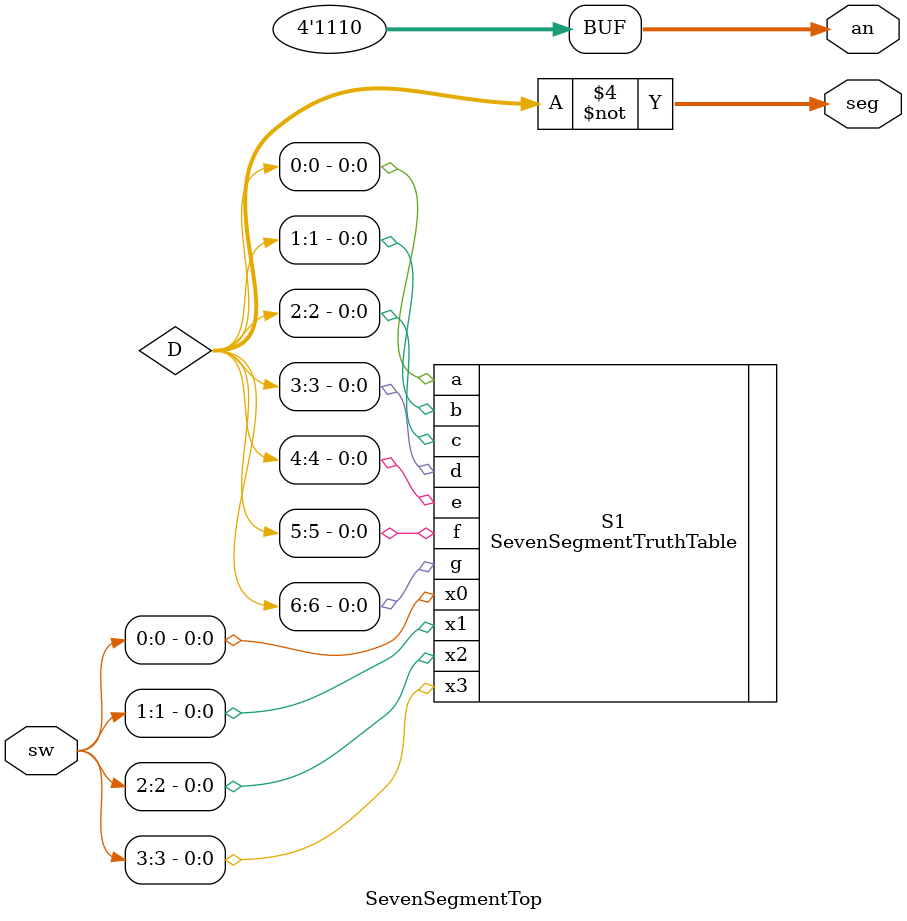
<source format=v>
`timescale 1ns / 1ps


module SevenSegmentTop(
    input [7:0] sw,
    output [3:0] an,
    output [6:0] seg
    );
    
    wire [6:0] D;
    wire NAN = sw[3]&sw[2] | sw[3] & sw[1];
    
//    assign seg = ~(D&~{7{NAN}});
    assign seg = ~D;
    assign an  = 4'b1110;
    
   SevenSegmentTruthTable S1(
   .x3(sw[3]),
   .x2(sw[2]),
   .x1(sw[1]),
   .x0(sw[0]),
   .a(D[0]),
   .b(D[1]),
   .c(D[2]),
   .d(D[3]),
   .e(D[4]),
   .f(D[5]),
   .g(D[6])
    );

endmodule

</source>
